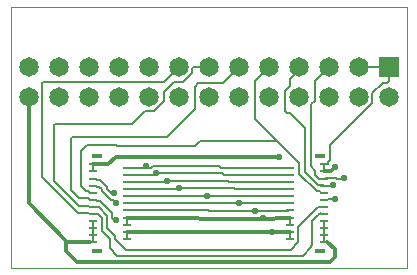
<source format=gtl>
G04*
G04 #@! TF.GenerationSoftware,Altium Limited,Altium Designer,19.1.5 (86)*
G04*
G04 Layer_Physical_Order=1*
G04 Layer_Color=255*
%FSAX24Y24*%
%MOIN*%
G70*
G01*
G75*
%ADD11C,0.0039*%
%ADD13R,0.0315X0.0102*%
%ADD14R,0.0256X0.0102*%
%ADD15R,0.0335X0.0157*%
%ADD21C,0.0080*%
%ADD22C,0.0140*%
%ADD23C,0.0120*%
%ADD24R,0.0650X0.0650*%
%ADD25C,0.0650*%
%ADD26C,0.0220*%
D11*
X019100Y018650D02*
X019900D01*
X020775D01*
X023200D01*
Y017300D02*
Y018650D01*
X010000D02*
X019100D01*
X010000Y017300D02*
Y018650D01*
X023200Y009950D02*
Y017300D01*
X010000Y009950D02*
X023200D01*
X010000D02*
Y017300D01*
D13*
X020458Y010801D02*
D03*
Y011037D02*
D03*
Y011273D02*
D03*
Y011509D02*
D03*
Y011746D02*
D03*
Y011982D02*
D03*
Y012218D02*
D03*
Y012454D02*
D03*
Y012691D02*
D03*
Y012927D02*
D03*
Y013163D02*
D03*
Y013399D02*
D03*
X012742D02*
D03*
Y013163D02*
D03*
Y012927D02*
D03*
Y012691D02*
D03*
Y012454D02*
D03*
Y012218D02*
D03*
Y011982D02*
D03*
Y011746D02*
D03*
Y011509D02*
D03*
Y011273D02*
D03*
Y011037D02*
D03*
Y010801D02*
D03*
D14*
X019326Y010919D02*
D03*
Y011155D02*
D03*
Y011391D02*
D03*
Y011628D02*
D03*
Y011864D02*
D03*
Y012100D02*
D03*
Y012336D02*
D03*
Y012572D02*
D03*
Y012809D02*
D03*
Y013045D02*
D03*
Y013281D02*
D03*
X013874D02*
D03*
Y013045D02*
D03*
Y012809D02*
D03*
Y012572D02*
D03*
Y012336D02*
D03*
Y012100D02*
D03*
Y011864D02*
D03*
Y011628D02*
D03*
Y011391D02*
D03*
Y011155D02*
D03*
Y010919D02*
D03*
D15*
X020330Y010525D02*
D03*
Y013675D02*
D03*
X012870D02*
D03*
Y010525D02*
D03*
D21*
X022542Y015592D02*
X022600Y015650D01*
X022065Y015772D02*
X022407Y016115D01*
X022065Y015457D02*
Y015772D01*
X021600Y016649D02*
X022600D01*
X020596Y012250D02*
X020800D01*
X020565Y012218D02*
X020596Y012250D01*
X020458Y012218D02*
X020565D01*
X018400Y011600D02*
X018701D01*
X012923Y011734D02*
X013039Y011619D01*
X013450Y011550D02*
X013500D01*
X013219Y011262D02*
Y011693D01*
X013039Y011187D02*
Y011619D01*
X013399Y011601D02*
X013450Y011550D01*
X012942Y011971D02*
X013219Y011693D01*
X013403Y012200D02*
X013500Y012103D01*
X013399Y011601D02*
Y011768D01*
X012994Y012173D02*
X013399Y011768D01*
X012893Y012173D02*
X012994D01*
X012848Y012218D02*
X012893Y012173D01*
X012742Y012218D02*
X012848D01*
X012753Y011734D02*
X012923D01*
X012742Y011746D02*
X012753Y011734D01*
Y011971D02*
X012942D01*
X012742Y011982D02*
X012753Y011971D01*
X013500Y012100D02*
Y012103D01*
X013346Y012200D02*
X013403D01*
X013276Y012270D02*
X013346Y012200D01*
X013275Y012270D02*
X013276D01*
X013039Y012506D02*
X013275Y012270D01*
X013039Y012506D02*
Y012564D01*
X019620Y013085D02*
X020206Y012499D01*
X019620Y013085D02*
Y013430D01*
X019800Y013160D02*
X020258Y012702D01*
X019800Y013160D02*
Y014600D01*
X013550Y014000D02*
X016150D01*
X020447Y012916D02*
X020458Y012927D01*
X021077D02*
X021100Y012950D01*
X020877Y012927D02*
X021077D01*
X020854Y012950D02*
X020877Y012927D01*
X020646Y012950D02*
X020854D01*
X020634Y012938D02*
X020646Y012950D01*
X020469Y012938D02*
X020634D01*
X013350Y012450D02*
X013450D01*
X013219Y012581D02*
X013350Y012450D01*
X013219Y012581D02*
Y012638D01*
X012976Y012882D02*
X013219Y012638D01*
X012893Y012882D02*
X012976D01*
X012848Y012927D02*
X012893Y012882D01*
X012742Y012927D02*
X012848D01*
X020258Y012702D02*
X020447D01*
X018150Y014900D02*
Y015443D01*
X018135Y015457D02*
X018150Y015443D01*
Y014900D02*
X018885Y014165D01*
X020447Y012702D02*
X020458Y012691D01*
X020741D01*
X020750Y012700D01*
X012957Y012646D02*
X013039Y012564D01*
X012893Y012646D02*
X012957D01*
X012848Y012691D02*
X012893Y012646D01*
X012742Y012691D02*
X012848D01*
X013850Y010550D02*
X019335D01*
X019594Y010810D01*
Y011307D01*
X020258Y011971D01*
X020447D01*
X020458Y011982D01*
X020050Y010716D02*
Y011508D01*
X013540Y010360D02*
X019750D01*
X020023Y010633D02*
Y010689D01*
X019750Y010360D02*
X020023Y010633D01*
Y010689D02*
X020050Y010716D01*
Y011508D02*
X020243Y011701D01*
X013480Y010920D02*
X013850Y010550D01*
X013480Y010920D02*
Y011001D01*
X013219Y011262D02*
X013480Y011001D01*
X020260Y011701D02*
X020350Y011791D01*
X020243Y011701D02*
X020260D01*
X013300Y010600D02*
X013540Y010360D01*
X013300Y010600D02*
Y010927D01*
X013039Y011187D02*
X013300Y010927D01*
X019326Y011391D02*
Y011628D01*
Y011155D02*
Y011200D01*
Y010919D02*
Y011155D01*
X020458Y010801D02*
X020565D01*
X018885Y014165D02*
X019620Y013430D01*
X012333Y012693D02*
Y013833D01*
Y012693D02*
X012526Y012499D01*
X012590D01*
X012635Y012454D01*
X012742D01*
X012333Y013833D02*
X012550Y014050D01*
X013500D01*
X013550Y014000D01*
X016150D02*
X016315Y014165D01*
X018885D01*
X012000Y014253D02*
X012047Y014300D01*
X012000Y012559D02*
Y014253D01*
Y012559D02*
X012296Y012263D01*
X012590D01*
X012635Y012218D01*
X012742D01*
X012047Y014300D02*
X015200D01*
X016135Y015235D01*
Y015988D01*
X016247Y016100D01*
X016393D01*
X016407Y016115D01*
X017066D01*
X017600Y016649D01*
X012635Y011982D02*
X012742D01*
X011450Y014703D02*
X011497Y014750D01*
X011450Y012855D02*
Y014703D01*
Y012855D02*
X012278Y012027D01*
X012590D01*
X012635Y011982D01*
X011497Y014750D02*
X014050D01*
X014485Y015185D01*
X014793D01*
X015117Y015510D01*
Y015825D01*
X015442Y016149D01*
X015758D01*
X016065Y016456D01*
Y016602D01*
X016112Y016649D01*
X016600D01*
X012259Y011791D02*
X012590D01*
X011065Y012985D02*
X012259Y011791D01*
X011065Y012985D02*
Y015843D01*
X011050Y016103D02*
X011097Y016150D01*
X011050Y015857D02*
Y016103D01*
Y015857D02*
X011065Y015843D01*
X012590Y011791D02*
X012635Y011746D01*
X012742D01*
X011097Y016150D02*
X015101D01*
X015600Y016649D01*
X012635Y010801D02*
X012742D01*
X020458Y013163D02*
Y013399D01*
Y013163D02*
X020465Y013170D01*
X020023Y013332D02*
X020161Y013194D01*
X020023Y013332D02*
Y015416D01*
X012742Y013163D02*
Y013399D01*
X018135Y015457D02*
Y016184D01*
X018600Y016649D01*
X020206Y012499D02*
X020307D01*
X020352Y012454D01*
X020458D01*
X019300Y015100D02*
X019800Y014600D01*
X019200Y015100D02*
X019300D01*
X019135Y015165D02*
X019200Y015100D01*
X019135Y015165D02*
Y015843D01*
X020161Y013054D02*
X020299Y012916D01*
X020447D01*
X020161Y013054D02*
Y013194D01*
X019300Y016250D02*
X019600Y016550D01*
Y016649D01*
X019300Y016007D02*
Y016250D01*
X019135Y015843D02*
X019300Y016007D01*
X020135Y016184D02*
X020600Y016649D01*
X020135Y015528D02*
Y016184D01*
X020023Y015416D02*
X020135Y015528D01*
X022600Y016162D02*
Y016649D01*
X022553Y016115D02*
X022600Y016162D01*
X022407Y016115D02*
X022553D01*
X020638Y014030D02*
X022065Y015457D01*
X020638Y013538D02*
Y014030D01*
X020576Y013476D02*
X020638Y013538D01*
X020576Y013410D02*
Y013476D01*
X020565Y013399D02*
X020576Y013410D01*
X020458Y013399D02*
X020565D01*
X018674Y011628D02*
X018701Y011600D01*
X018150Y011850D02*
X019236D01*
X016600D02*
X018150D01*
X017939Y012336D02*
X019326D01*
X017925Y012350D02*
X017939Y012336D01*
X016543Y012343D02*
X016550Y012336D01*
X016564Y012350D02*
X017925D01*
X016550Y012336D02*
X016564Y012350D01*
X017600Y012100D02*
X019326D01*
X013874D02*
X017600D01*
X016586Y011864D02*
X016600Y011850D01*
X013874Y011864D02*
X016586D01*
X013881Y012343D02*
X016543D01*
X013874Y012336D02*
X013881Y012343D01*
X019250Y011864D02*
X019326D01*
X019236Y011850D02*
X019250Y011864D01*
X017471Y012572D02*
X019326D01*
X017443Y012600D02*
X017471Y012572D01*
X015600D02*
X015628Y012600D01*
X015589Y012584D02*
X015600Y012572D01*
X015628Y012600D02*
X017443D01*
X013885Y012584D02*
X015589D01*
X013874Y012572D02*
X013885Y012584D01*
X015200Y012800D02*
X015250Y012850D01*
X017236D01*
X017278Y012809D01*
X019326D01*
X015177Y012823D02*
X015200Y012800D01*
X015135Y012823D02*
X015177D01*
X015121Y012809D02*
X015135Y012823D01*
X013874Y012809D02*
X015121D01*
X014850Y013045D02*
X014905Y013100D01*
X017055D01*
X017110Y013045D01*
X019326D01*
X014800D02*
X014825Y013070D01*
X014850Y013095D01*
X013874Y013045D02*
X014800D01*
X014850Y013095D02*
Y013100D01*
X014746Y013350D02*
X016964D01*
X017032Y013281D01*
X019326D01*
X014678D02*
X014746Y013350D01*
X014500Y013281D02*
X014678D01*
X013874D02*
X014500D01*
Y013350D01*
X012742Y011273D02*
Y011509D01*
Y011037D02*
Y011273D01*
Y010801D02*
Y011037D01*
X020458Y011273D02*
Y011509D01*
X020461Y011040D02*
Y011270D01*
X020458Y011273D02*
X020461Y011270D01*
X020458Y011037D02*
X020461Y011040D01*
X020458Y010801D02*
Y011037D01*
X013874Y010919D02*
Y011155D01*
Y011391D02*
Y011628D01*
D22*
X018787Y011565D02*
X018849Y011628D01*
X018621Y011565D02*
X018787D01*
X018616Y011570D02*
X018621Y011565D01*
X016303Y011570D02*
X018616D01*
X018849Y011628D02*
X019326D01*
X013500Y013650D02*
X018950D01*
X013874Y011155D02*
X019326D01*
X011850Y010801D02*
X012635D01*
X011850Y010500D02*
Y010801D01*
Y010500D02*
X012200Y010150D01*
X020650D02*
X020800Y010300D01*
X012200Y010150D02*
X020650D01*
X020800Y010300D02*
Y010565D01*
X020565Y010801D02*
X020800Y010565D01*
X010600Y012100D02*
X011850Y010850D01*
X010600Y012100D02*
Y015650D01*
X013249Y013399D02*
X013500Y013650D01*
X012742Y013399D02*
X013249D01*
X020465Y013170D02*
X020670D01*
X016245Y011628D02*
X016303Y011570D01*
X013874Y011628D02*
X016245D01*
D23*
X020670Y013170D02*
X020800Y013300D01*
D24*
X022600Y016649D02*
D03*
D25*
Y015650D02*
D03*
X021600Y016649D02*
D03*
Y015650D02*
D03*
X020600Y016649D02*
D03*
Y015650D02*
D03*
X019600Y016649D02*
D03*
Y015650D02*
D03*
X018600Y016649D02*
D03*
Y015650D02*
D03*
X017600Y016649D02*
D03*
Y015650D02*
D03*
X016600Y016649D02*
D03*
Y015650D02*
D03*
X015600Y016649D02*
D03*
Y015650D02*
D03*
X014600Y016649D02*
D03*
Y015650D02*
D03*
X013600Y016649D02*
D03*
Y015650D02*
D03*
X012600Y016649D02*
D03*
Y015650D02*
D03*
X011600Y016649D02*
D03*
Y015650D02*
D03*
X010600Y016649D02*
D03*
Y015650D02*
D03*
D26*
X020800Y012250D02*
D03*
X018700Y011150D02*
D03*
X013500Y011550D02*
D03*
Y012100D02*
D03*
X021100Y012950D02*
D03*
X013450Y012450D02*
D03*
X020750Y012700D02*
D03*
X020800Y013300D02*
D03*
X018950Y013650D02*
D03*
X018400Y011600D02*
D03*
X018150Y011850D02*
D03*
X017600Y012100D02*
D03*
X016550Y012350D02*
D03*
X015600Y012600D02*
D03*
X015200Y012850D02*
D03*
X014850Y013100D02*
D03*
X014500Y013350D02*
D03*
M02*

</source>
